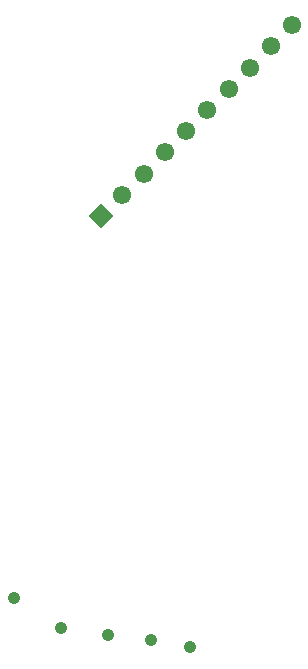
<source format=gbs>
%FSLAX33Y33*%
%MOMM*%
%AMRect-W1550000-H1550000-RO1.750*
21,1,1.55,1.55,0.,0.,45*%
%ADD10C,1.0668*%
%ADD11C,1.55*%
%ADD12Rect-W1550000-H1550000-RO1.750*%
D10*
%LNbottom solder mask_traces*%
G01*
X41800Y3300D03*
X38500Y3900D03*
X30900Y4900D03*
X34850Y4300D03*
X26850Y7400D03*
%LNbottom solder mask component f3a27893b55f737a*%
D11*
X36064Y41564D03*
X37860Y43360D03*
X39656Y45156D03*
X41452Y46952D03*
X43248Y48748D03*
X45044Y50544D03*
X46840Y52340D03*
X48636Y54136D03*
X50432Y55932D03*
D12*
X34268Y39768D03*
M02*
</source>
